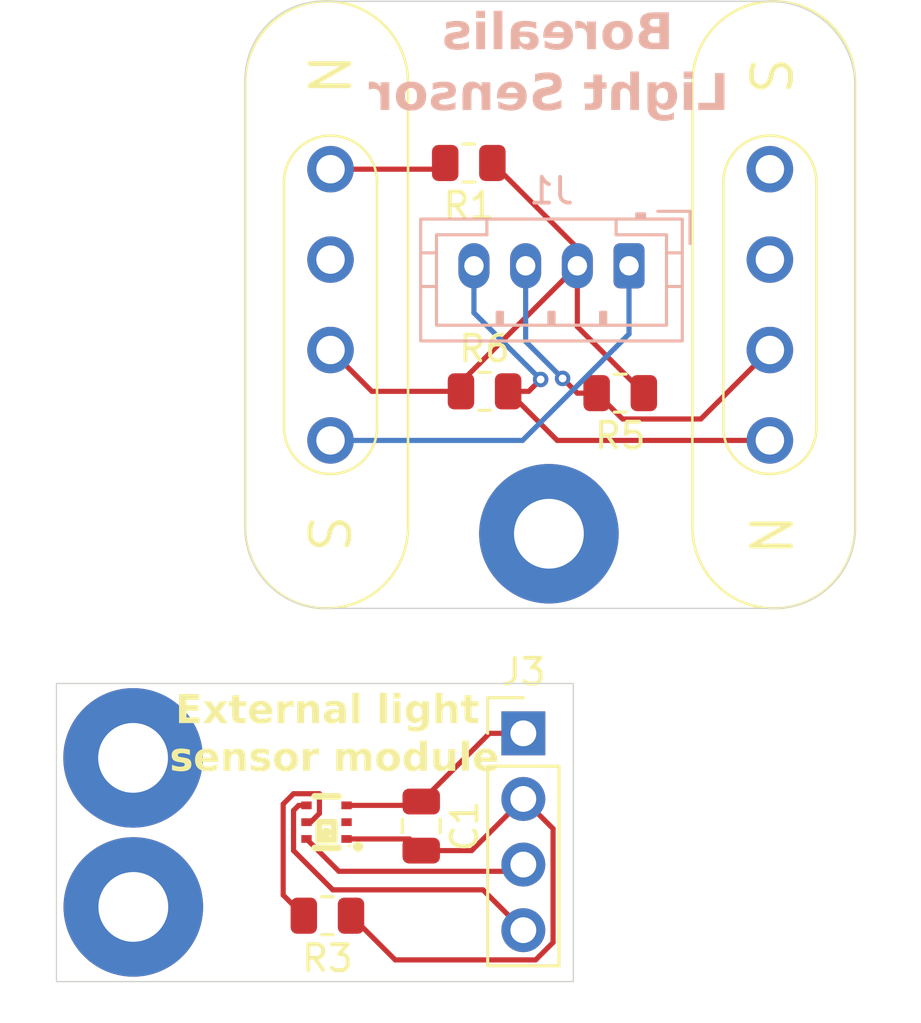
<source format=kicad_pcb>
(kicad_pcb (version 20241229) (generator "pcbnew") (generator_version "9.0")
  (layers (0 "F.Cu" signal) (2 "B.Cu" signal) (13 "F.Paste" user) (15 "B.Paste" user) (5 "F.SilkS" user "F.Silkscreen") (7 "B.SilkS" user "B.Silkscreen") (1 "F.Mask" user) (3 "B.Mask" user) (25 "Edge.Cuts" user))
  (net 0 "")
  (net 1 "+3.3V")
  (net 2 "/SDA")
  (net 3 "Net-(LTR-390UV-01-INT)")
  (net 4 "/SCL")
  (net 6 "GND")
  (net 7 "/ADC")
  (net 8 "+5V")
  (net 9 "/3.3v")
  (net 10 "/SDA1")
  (net 11 "/SCL1")
  (net 12 "/ID")
  (footprint "Resistor_SMD:R_0805_2012Metric" (layer "F.Cu") (at 133.73 94.23 180)
    (property "Reference" "R3" (at 0 -1.65 0) (layer "F.SilkS"))
    (property "Value" "10k")
    (fp_line (start -0.227064 0.735) (end 0.227064 0.735) (stroke (width 0.12)) (layer "F.SilkS"))
    (fp_line (start -0.227064 -0.735) (end 0.227064 -0.735) (stroke (width 0.12)) (layer "F.SilkS"))
    (pad "1" smd roundrect (at -0.9125 0 180) (size 1.025 1.4) (layers "F.Cu" "F.Mask" "F.Paste") (roundrect_rratio 0.243902) (net 9 "/3.3v"))
    (pad "2" smd roundrect (at 0.9125 0 180) (size 1.025 1.4) (layers "F.Cu" "F.Mask" "F.Paste") (roundrect_rratio 0.243902) (net 3 "Net-(LTR-390UV-01-INT)"))
  )
  (footprint "MountingHole:MountingHole_2.7mm_M2.5_Pad" (layer "F.Cu") (at 142.3 79.443)
    (property "Reference" "H1" (hide yes))
    (property "Value" "MountingHole")
    (pad "1" thru_hole circle (at 0 0) (size 5.4 5.4) (drill 2.7) (layers "*.Cu" "*.Mask"))
  )
  (footprint "batteryholder:SENSOR-SMD_LTR-390UV-01" (layer "F.Cu") (at 133.69495 90.60845 90)
    (property "Reference" "LTR-390UV-01" (hide yes))
    (property "Value" "~")
    (fp_line (start 1 -0.4617) (end 1 0.4617) (stroke (width 0.254)) (layer "F.SilkS"))
    (fp_line (start -1 0.4617) (end -1 -0.4617) (stroke (width 0.254)) (layer "F.SilkS"))
    (fp_rect (start -0.7 -0.3) (end 0 0.2999) (stroke (width 0.254)) (fill no) (layer "F.SilkS"))
    (fp_rect (start -0.4501 -0.05) (end -0.35 0.0501) (stroke (width 0.254)) (fill no) (layer "F.SilkS"))
    (fp_circle (center -0.92 0.8699) (end -0.89 0.8699) (stroke (width 0.06)) (fill no) (layer "F.SilkS"))
    (fp_circle (center -0.95 1.22) (end -0.8499 1.22) (stroke (width 0.2)) (fill no) (layer "F.SilkS"))
    (pad "1" smd rect (at -0.65 0.775 90) (size 0.3 0.4) (layers "F.Cu" "F.Mask" "F.Paste") (net 9 "/3.3v"))
    (pad "2" smd rect (at 0 0.775 90) (size 0.3 0.4) (layers "F.Cu" "F.Mask" "F.Paste"))
    (pad "3" smd rect (at 0.65 0.775 90) (size 0.3 0.4) (layers "F.Cu" "F.Mask" "F.Paste") (net 6 "GND"))
    (pad "4" smd rect (at 0.65 -0.775 90) (size 0.3 0.4) (layers "F.Cu" "F.Mask" "F.Paste") (net 11 "/SCL1"))
    (pad "5" smd rect (at 0 -0.775 90) (size 0.3 0.4) (layers "F.Cu" "F.Mask" "F.Paste") (net 3 "Net-(LTR-390UV-01-INT)"))
    (pad "6" smd rect (at -0.65 -0.775 90) (size 0.3 0.4) (layers "F.Cu" "F.Mask" "F.Paste") (net 10 "/SDA1"))
  )
  (footprint "Resistor_SMD:R_0805_2012Metric" (layer "F.Cu") (at 139.81 73.93)
    (property "Reference" "R6" (at 0 -1.65 0) (layer "F.SilkS"))
    (property "Value" "10k")
    (fp_line (start -0.227064 -0.735) (end 0.227064 -0.735) (stroke (width 0.12)) (layer "F.SilkS"))
    (fp_line (start -0.227064 0.735) (end 0.227064 0.735) (stroke (width 0.12)) (layer "F.SilkS"))
    (pad "1" smd roundrect (at -0.9125 0) (size 1.025 1.4) (layers "F.Cu" "F.Mask" "F.Paste") (roundrect_rratio 0.243902) (net 1 "+3.3V"))
    (pad "2" smd roundrect (at 0.9125 0) (size 1.025 1.4) (layers "F.Cu" "F.Mask" "F.Paste") (roundrect_rratio 0.243902) (net 4 "/SCL"))
  )
  (footprint "batteryholder:MAGNETIC POGO CONN." (layer "F.Cu") (at 150.85 70.58 -90)
    (property "Reference" "U1" (hide yes))
    (property "Value" "MAGNETIC POGO CONN.")
    (fp_line (start -8.6 3) (end 8.6 3) (stroke (width 0.1)) (layer "F.SilkS"))
    (fp_line (start -4.75 1.8) (end 4.75 1.8) (stroke (width 0.1)) (layer "F.SilkS"))
    (fp_line (start -4.75 -1.8) (end 4.75 -1.8) (stroke (width 0.1)) (layer "F.SilkS"))
    (fp_line (start -8.6 -3.3) (end 8.6 -3.3) (stroke (width 0.1)) (layer "F.SilkS"))
    (fp_arc (start -8.6 3) (mid -11.75 -0.15) (end -8.6 -3.3) (stroke (width 0.1)) (layer "F.SilkS"))
    (fp_arc (start -4.75 1.8) (mid -6.55 0) (end -4.75 -1.8) (stroke (width 0.1)) (layer "F.SilkS"))
    (fp_arc (start 4.75 -1.8) (mid 6.55 0) (end 4.75 1.8) (stroke (width 0.1)) (layer "F.SilkS"))
    (fp_arc (start 8.6 -3.3) (mid 11.75 -0.15) (end 8.6 3) (stroke (width 0.1)) (layer "F.SilkS"))
    (fp_text user "S" (at -9.7 0.9 270) (layer "F.SilkS") (effects (font (size 1.5 1.5) (thickness 0.1875)) (justify left bottom)))
    (fp_text user "N" (at 8 0.9 270) (layer "F.SilkS") (effects (font (size 1.5 1.5) (thickness 0.1875)) (justify left bottom)))
    (pad "1" thru_hole circle (at -5.25 0 270) (size 1.8 1.8) (drill 1.1) (layers "*.Cu" "*.Mask"))
    (pad "2" thru_hole circle (at -1.75 0 270) (size 1.8 1.8) (drill 1.1) (layers "*.Cu" "*.Mask") (net 7 "/ADC"))
    (pad "3" thru_hole circle (at 1.75 0 270) (size 1.8 1.8) (drill 1.1) (layers "*.Cu" "*.Mask") (net 2 "/SDA"))
    (pad "4" thru_hole circle (at 5.25 0 270) (size 1.8 1.8) (drill 1.1) (layers "*.Cu" "*.Mask") (net 4 "/SCL"))
  )
  (footprint "Connector_PinHeader_2.54mm:PinHeader_1x04_P2.54mm_Vertical" (layer "F.Cu") (at 141.31 87.17)
    (property "Reference" "J3" (at 0 -2.38 0) (layer "F.SilkS"))
    (property "Value" "Conn_01x04_Pin")
    (fp_line (start -1.38 -1.38) (end 0 -1.38) (stroke (width 0.12)) (layer "F.SilkS"))
    (fp_line (start -1.38 0) (end -1.38 -1.38) (stroke (width 0.12)) (layer "F.SilkS"))
    (fp_line (start -1.38 1.27) (end -1.38 9) (stroke (width 0.12)) (layer "F.SilkS"))
    (fp_line (start -1.38 1.27) (end 1.38 1.27) (stroke (width 0.12)) (layer "F.SilkS"))
    (fp_line (start -1.38 9) (end 1.38 9) (stroke (width 0.12)) (layer "F.SilkS"))
    (fp_line (start 1.38 1.27) (end 1.38 9) (stroke (width 0.12)) (layer "F.SilkS"))
    (pad "1" thru_hole rect (at 0 0) (size 1.7 1.7) (drill 1) (layers "*.Cu" "*.Mask") (net 6 "GND"))
    (pad "2" thru_hole circle (at 0 2.54) (size 1.7 1.7) (drill 1) (layers "*.Cu" "*.Mask") (net 9 "/3.3v"))
    (pad "3" thru_hole circle (at 0 5.08) (size 1.7 1.7) (drill 1) (layers "*.Cu" "*.Mask") (net 10 "/SDA1"))
    (pad "4" thru_hole circle (at 0 7.62) (size 1.7 1.7) (drill 1) (layers "*.Cu" "*.Mask") (net 11 "/SCL1"))
  )
  (footprint "batteryholder:MAGNETIC POGO CONN." (layer "F.Cu") (at 133.85 70.58 90)
    (property "Reference" "U2" (hide yes))
    (property "Value" "MAGNETIC POGO CONN.")
    (fp_line (start -8.6 -3.3) (end 8.6 -3.3) (stroke (width 0.1)) (layer "F.SilkS"))
    (fp_line (start -4.75 -1.8) (end 4.75 -1.8) (stroke (width 0.1)) (layer "F.SilkS"))
    (fp_line (start -4.75 1.8) (end 4.75 1.8) (stroke (width 0.1)) (layer "F.SilkS"))
    (fp_line (start -8.6 3) (end 8.6 3) (stroke (width 0.1)) (layer "F.SilkS"))
    (fp_arc (start 8.6 -3.3) (mid 11.75 -0.15) (end 8.6 3) (stroke (width 0.1)) (layer "F.SilkS"))
    (fp_arc (start 4.75 -1.8) (mid 6.55 0) (end 4.75 1.8) (stroke (width 0.1)) (layer "F.SilkS"))
    (fp_arc (start -4.75 1.8) (mid -6.55 0) (end -4.75 -1.8) (stroke (width 0.1)) (layer "F.SilkS"))
    (fp_arc (start -8.6 3) (mid -11.75 -0.15) (end -8.6 -3.3) (stroke (width 0.1)) (layer "F.SilkS"))
    (fp_text user "S" (at -9.7 0.9 90) (layer "F.SilkS") (effects (font (size 1.5 1.5) (thickness 0.1875)) (justify left bottom)))
    (fp_text user "N" (at 8 0.9 90) (layer "F.SilkS") (effects (font (size 1.5 1.5) (thickness 0.1875)) (justify left bottom)))
    (pad "1" thru_hole circle (at -5.25 0 90) (size 1.8 1.8) (drill 1.1) (layers "*.Cu" "*.Mask") (net 6 "GND"))
    (pad "2" thru_hole circle (at -1.75 0 90) (size 1.8 1.8) (drill 1.1) (layers "*.Cu" "*.Mask") (net 1 "+3.3V"))
    (pad "3" thru_hole circle (at 1.75 0 90) (size 1.8 1.8) (drill 1.1) (layers "*.Cu" "*.Mask") (net 8 "+5V"))
    (pad "4" thru_hole circle (at 5.25 0 90) (size 1.8 1.8) (drill 1.1) (layers "*.Cu" "*.Mask") (net 12 "/ID"))
  )
  (footprint "MountingHole:MountingHole_2.7mm_M2.5_Pad" (layer "F.Cu") (at 126.21 88.12)
    (property "Reference" "H2" (hide yes))
    (property "Value" "MountingHole")
    (pad "1" thru_hole circle (at 0 0) (size 5.4 5.4) (drill 2.7) (layers "*.Cu" "*.Mask"))
  )
  (footprint "MountingHole:MountingHole_2.7mm_M2.5_Pad" (layer "F.Cu") (at 126.22 93.89)
    (property "Reference" "H3" (hide yes))
    (property "Value" "MountingHole")
    (pad "1" thru_hole circle (at 0 0) (size 5.4 5.4) (drill 2.7) (layers "*.Cu" "*.Mask"))
  )
  (footprint "Capacitor_SMD:C_0805_2012Metric" (layer "F.Cu") (at 137.36 90.76 -90)
    (property "Reference" "C1" (at 0 -1.68 90) (layer "F.SilkS"))
    (property "Value" "100nF")
    (fp_line (start -0.261252 0.735) (end 0.261252 0.735) (stroke (width 0.12)) (layer "F.SilkS"))
    (fp_line (start -0.261252 -0.735) (end 0.261252 -0.735) (stroke (width 0.12)) (layer "F.SilkS"))
    (pad "1" smd roundrect (at -0.95 0 270) (size 1 1.45) (layers "F.Cu" "F.Mask" "F.Paste") (net 6 "GND"))
    (pad "2" smd roundrect (at 0.95 0 270) (size 1 1.45) (layers "F.Cu" "F.Mask" "F.Paste") (net 9 "/3.3v"))
  )
  (footprint "Resistor_SMD:R_0805_2012Metric" (layer "F.Cu") (at 145.06 74 180)
    (property "Reference" "R5" (at 0 -1.65 0) (layer "F.SilkS"))
    (property "Value" "10k")
    (fp_line (start -0.227064 0.735) (end 0.227064 0.735) (stroke (width 0.12)) (layer "F.SilkS"))
    (fp_line (start -0.227064 -0.735) (end 0.227064 -0.735) (stroke (width 0.12)) (layer "F.SilkS"))
    (pad "1" smd roundrect (at -0.9125 0 180) (size 1.025 1.4) (layers "F.Cu" "F.Mask" "F.Paste") (roundrect_rratio 0.243902) (net 1 "+3.3V"))
    (pad "2" smd roundrect (at 0.9125 0 180) (size 1.025 1.4) (layers "F.Cu" "F.Mask" "F.Paste") (roundrect_rratio 0.243902) (net 2 "/SDA"))
  )
  (footprint "Resistor_SMD:R_0805_2012Metric" (layer "F.Cu") (at 139.2 65.09 180)
    (property "Reference" "R1" (at 0 -1.65 0) (layer "F.SilkS"))
    (property "Value" "R")
    (fp_line (start -0.227064 0.735) (end 0.227064 0.735) (stroke (width 0.12)) (layer "F.SilkS"))
    (fp_line (start -0.227064 -0.735) (end 0.227064 -0.735) (stroke (width 0.12)) (layer "F.SilkS"))
    (pad "1" smd roundrect (at -0.9125 0 180) (size 1.025 1.4) (layers "F.Cu" "F.Mask" "F.Paste") (roundrect_rratio 0.243902) (net 1 "+3.3V"))
    (pad "2" smd roundrect (at 0.9125 0 180) (size 1.025 1.4) (layers "F.Cu" "F.Mask" "F.Paste") (roundrect_rratio 0.243902) (net 12 "/ID"))
  )
  (footprint "Connector_JST:JST_PH_B4B-PH-K_1x04_P2.00mm_Vertical" (layer "B.Cu") (at 145.4 69.07 180)
    (property "Reference" "J1" (at 3 2.9 0) (layer "B.SilkS") (effects (justify mirror)))
    (property "Value" "Conn_01x04_Pin")
    (fp_line (start 8.06 1.81) (end -2.06 1.81) (stroke (width 0.12)) (layer "B.SilkS"))
    (fp_line (start 8.06 0.5) (end 7.45 0.5) (stroke (width 0.12)) (layer "B.SilkS"))
    (fp_line (start 8.06 -0.8) (end 7.45 -0.8) (stroke (width 0.12)) (layer "B.SilkS"))
    (fp_line (start 8.06 -2.91) (end 8.06 1.81) (stroke (width 0.12)) (layer "B.SilkS"))
    (fp_line (start 7.45 1.2) (end 5.5 1.2) (stroke (width 0.12)) (layer "B.SilkS"))
    (fp_line (start 7.45 -2.3) (end 7.45 1.2) (stroke (width 0.12)) (layer "B.SilkS"))
    (fp_line (start 5.5 1.2) (end 5.5 1.81) (stroke (width 0.12)) (layer "B.SilkS"))
    (fp_line (start 5.1 -1.8) (end 5.1 -2.3) (stroke (width 0.12)) (layer "B.SilkS"))
    (fp_line (start 5 -2.3) (end 5 -1.8) (stroke (width 0.12)) (layer "B.SilkS"))
    (fp_line (start 4.9 -1.8) (end 5.1 -1.8) (stroke (width 0.12)) (layer "B.SilkS"))
    (fp_line (start 4.9 -2.3) (end 4.9 -1.8) (stroke (width 0.12)) (layer "B.SilkS"))
    (fp_line (start 3.1 -1.8) (end 3.1 -2.3) (stroke (width 0.12)) (layer "B.SilkS"))
    (fp_line (start 3 -2.3) (end 3 -1.8) (stroke (width 0.12)) (layer "B.SilkS"))
    (fp_line (start 2.9 -1.8) (end 3.1 -1.8) (stroke (width 0.12)) (layer "B.SilkS"))
    (fp_line (start 2.9 -2.3) (end 2.9 -1.8) (stroke (width 0.12)) (layer "B.SilkS"))
    (fp_line (start 1.1 -1.8) (end 1.1 -2.3) (stroke (width 0.12)) (layer "B.SilkS"))
    (fp_line (start 1 -2.3) (end 1 -1.8) (stroke (width 0.12)) (layer "B.SilkS"))
    (fp_line (start 0.9 -1.8) (end 1.1 -1.8) (stroke (width 0.12)) (layer "B.SilkS"))
    (fp_line (start 0.9 -2.3) (end 0.9 -1.8) (stroke (width 0.12)) (layer "B.SilkS"))
    (fp_line (start 0.5 1.81) (end 0.5 1.2) (stroke (width 0.12)) (layer "B.SilkS"))
    (fp_line (start 0.5 1.2) (end -1.45 1.2) (stroke (width 0.12)) (layer "B.SilkS"))
    (fp_line (start -0.3 2.01) (end -0.6 2.01) (stroke (width 0.12)) (layer "B.SilkS"))
    (fp_line (start -0.3 1.91) (end -0.6 1.91) (stroke (width 0.12)) (layer "B.SilkS"))
    (fp_line (start -0.3 1.81) (end -0.3 2.01) (stroke (width 0.12)) (layer "B.SilkS"))
    (fp_line (start -0.6 2.01) (end -0.6 1.81) (stroke (width 0.12)) (layer "B.SilkS"))
    (fp_line (start -1.11 2.11) (end -2.36 2.11) (stroke (width 0.12)) (layer "B.SilkS"))
    (fp_line (start -1.45 1.2) (end -1.45 -2.3) (stroke (width 0.12)) (layer "B.SilkS"))
    (fp_line (start -1.45 -2.3) (end 7.45 -2.3) (stroke (width 0.12)) (layer "B.SilkS"))
    (fp_line (start -2.06 1.81) (end -2.06 -2.91) (stroke (width 0.12)) (layer "B.SilkS"))
    (fp_line (start -2.06 0.5) (end -1.45 0.5) (stroke (width 0.12)) (layer "B.SilkS"))
    (fp_line (start -2.06 -0.8) (end -1.45 -0.8) (stroke (width 0.12)) (layer "B.SilkS"))
    (fp_line (start -2.06 -2.91) (end 8.06 -2.91) (stroke (width 0.12)) (layer "B.SilkS"))
    (fp_line (start -2.36 2.11) (end -2.36 0.86) (stroke (width 0.12)) (layer "B.SilkS"))
    (pad "1" thru_hole roundrect (at 0 0 180) (size 1.2 1.75) (drill 0.75) (layers "*.Cu" "*.Mask") (roundrect_rratio 0.208333) (net 6 "GND"))
    (pad "2" thru_hole oval (at 2 0 180) (size 1.2 1.75) (drill 0.75) (layers "*.Cu" "*.Mask") (net 1 "+3.3V"))
    (pad "3" thru_hole oval (at 4 0 180) (size 1.2 1.75) (drill 0.75) (layers "*.Cu" "*.Mask") (net 2 "/SDA"))
    (pad "4" thru_hole oval (at 6 0 180) (size 1.2 1.75) (drill 0.75) (layers "*.Cu" "*.Mask") (net 4 "/SCL"))
  )
  (gr_line (start 133.55 58.83) (end 150.85 58.83) (stroke (width 0.05)) (layer "Edge.Cuts"))
  (gr_arc (start 133.75 82.33) (mid 131.52868 81.492742) (end 130.55 79.33) (stroke (width 0.05)) (layer "Edge.Cuts"))
  (gr_line (start 151.05 82.33) (end 133.75 82.33) (stroke (width 0.05)) (layer "Edge.Cuts"))
  (gr_arc (start 150.85 58.83) (mid 153.183452 59.796548) (end 154.15 62.13) (stroke (width 0.05)) (layer "Edge.Cuts"))
  (gr_arc (start 130.55 61.83) (mid 131.42868 59.70868) (end 133.55 58.83) (stroke (width 0.05)) (layer "Edge.Cuts"))
  (gr_arc (start 154.15 79.23) (mid 153.242031 81.422031) (end 151.05 82.33) (stroke (width 0.05)) (layer "Edge.Cuts"))
  (gr_rect (start 123.245 85.24) (end 143.245 96.78) (stroke (width 0.05)) (fill no) (layer "Edge.Cuts"))
  (gr_line (start 130.55 79.33) (end 130.55 61.83) (stroke (width 0.05)) (layer "Edge.Cuts"))
  (gr_line (start 154.15 62.13) (end 154.15 79.23) (stroke (width 0.05)) (layer "Edge.Cuts"))
  (gr_text "External light \nsensor module" (at 134 87.24 -0) (layer "F.SilkS") (effects (font (size 1.1 1.1) (thickness 0.25) (bold yes))))
  (gr_text "Borealis \nLight Sensor" (at 142.3 61.28 0) (layer "B.SilkS") (effects (font (size 1.4 1.4) (thickness 0.3) (bold yes)) (justify mirror)))
  (segment (start 143.4 69.07) (end 143.4 71.4275) (width 0.2) (layer "F.Cu") (net 1))
  (segment (start 143.4 71.4275) (end 145.9725 74) (width 0.2) (layer "F.Cu") (net 1))
  (segment (start 138.8975 73.5725) (end 143.4 69.07) (width 0.2) (layer "F.Cu") (net 1))
  (segment (start 138.8975 73.93) (end 135.45 73.93) (width 0.2) (layer "F.Cu") (net 1))
  (segment (start 135.45 73.93) (end 133.85 72.33) (width 0.2) (layer "F.Cu") (net 1))
  (segment (start 140.1125 65.09) (end 143.4 68.3775) (width 0.2) (layer "F.Cu") (net 1))
  (segment (start 138.8975 73.93) (end 138.8975 73.5725) (width 0.2) (layer "F.Cu") (net 1))
  (segment (start 143.4 68.3775) (end 143.4 69.07) (width 0.2) (layer "F.Cu") (net 1))
  (segment (start 144.1475 74) (end 145.1485 75.001) (width 0.2) (layer "F.Cu") (net 2))
  (segment (start 142.83 73.43) (end 142.82 73.42) (width 0.2) (layer "F.Cu") (net 2))
  (segment (start 148.179 75.001) (end 150.85 72.33) (width 0.2) (layer "F.Cu") (net 2))
  (segment (start 145.1485 75.001) (end 148.179 75.001) (width 0.2) (layer "F.Cu") (net 2))
  (segment (start 143.4 74) (end 142.83 73.43) (width 0.2) (layer "F.Cu") (net 2))
  (segment (start 144.1475 74) (end 143.4 74) (width 0.2) (layer "F.Cu") (net 2))
  (via blind (at 142.83 73.43) (size 0.6) (drill 0.3) (layers "F.Cu" "B.Cu") (net 2))
  (segment (start 141.4 72) (end 141.4 69.07) (width 0.2) (layer "B.Cu") (net 2))
  (segment (start 142.83 73.43) (end 141.4 72) (width 0.2) (layer "B.Cu") (net 2))
  (segment (start 132.8175 94.23) (end 132.01795 93.43045) (width 0.2) (layer "F.Cu") (net 3))
  (segment (start 133.08155 90.60845) (end 132.91995 90.60845) (width 0.2) (layer "F.Cu") (net 3))
  (segment (start 133.42095 90.26905) (end 133.08155 90.60845) (width 0.2) (layer "F.Cu") (net 3))
  (segment (start 132.01795 93.43045) (end 132.01795 89.90845) (width 0.2) (layer "F.Cu") (net 3))
  (segment (start 132.41895 89.50745) (end 133.42095 89.50745) (width 0.2) (layer "F.Cu") (net 3))
  (segment (start 133.42095 89.50745) (end 133.42095 90.26905) (width 0.2) (layer "F.Cu") (net 3))
  (segment (start 132.01795 89.90845) (end 132.41895 89.50745) (width 0.2) (layer "F.Cu") (net 3))
  (segment (start 142.6225 75.83) (end 150.85 75.83) (width 0.2) (layer "F.Cu") (net 4))
  (segment (start 140.7225 73.93) (end 142.6225 75.83) (width 0.2) (layer "F.Cu") (net 4))
  (segment (start 140.7225 73.93) (end 141.52 73.93) (width 0.2) (layer "F.Cu") (net 4))
  (segment (start 141.52 73.93) (end 141.98 73.47) (width 0.2) (layer "F.Cu") (net 4))
  (via blind (at 141.98 73.47) (size 0.6) (drill 0.3) (layers "F.Cu" "B.Cu") (net 4))
  (segment (start 139.4 70.89) (end 139.4 69.07) (width 0.2) (layer "B.Cu") (net 4))
  (segment (start 141.98 73.47) (end 139.4 70.89) (width 0.2) (layer "B.Cu") (net 4))
  (segment (start 134.46995 89.95845) (end 137.21155 89.95845) (width 0.2) (layer "F.Cu") (net 6))
  (segment (start 140 87.17) (end 137.36 89.81) (width 0.2) (layer "F.Cu") (net 6))
  (segment (start 141.31 87.17) (end 140 87.17) (width 0.2) (layer "F.Cu") (net 6))
  (segment (start 137.21155 89.95845) (end 137.36 89.81) (width 0.2) (layer "F.Cu") (net 6))
  (segment (start 141.279943 75.83) (end 133.85 75.83) (width 0.2) (layer "B.Cu") (net 6))
  (segment (start 145.4 71.709943) (end 141.279943 75.83) (width 0.2) (layer "B.Cu") (net 6))
  (segment (start 145.4 69.07) (end 145.4 71.709943) (width 0.2) (layer "B.Cu") (net 6))
  (segment (start 136.3535 95.941) (end 141.78676 95.941) (width 0.2) (layer "F.Cu") (net 9))
  (segment (start 134.6425 94.23) (end 136.3535 95.941) (width 0.2) (layer "F.Cu") (net 9))
  (segment (start 139.31 91.71) (end 137.36 91.71) (width 0.2) (layer "F.Cu") (net 9))
  (segment (start 142.461 90.861) (end 141.31 89.71) (width 0.2) (layer "F.Cu") (net 9))
  (segment (start 141.78676 95.941) (end 142.461 95.26676) (width 0.2) (layer "F.Cu") (net 9))
  (segment (start 134.46995 91.25845) (end 136.90845 91.25845) (width 0.2) (layer "F.Cu") (net 9))
  (segment (start 142.461 95.26676) (end 142.461 90.861) (width 0.2) (layer "F.Cu") (net 9))
  (segment (start 136.90845 91.25845) (end 137.36 91.71) (width 0.2) (layer "F.Cu") (net 9))
  (segment (start 141.31 89.71) (end 139.31 91.71) (width 0.2) (layer "F.Cu") (net 9))
  (segment (start 141.049 92.511) (end 141.31 92.25) (width 0.2) (layer "F.Cu") (net 10))
  (segment (start 134.1725 92.511) (end 141.049 92.511) (width 0.2) (layer "F.Cu") (net 10))
  (segment (start 132.91995 91.25845) (end 134.1725 92.511) (width 0.2) (layer "F.Cu") (net 10))
  (segment (start 132.61795 89.95845) (end 132.41895 90.15745) (width 0.2) (layer "F.Cu") (net 11))
  (segment (start 132.41895 91.70945) (end 133.9385 93.229) (width 0.2) (layer "F.Cu") (net 11))
  (segment (start 133.9385 93.229) (end 139.749 93.229) (width 0.2) (layer "F.Cu") (net 11))
  (segment (start 132.91995 89.95845) (end 132.61795 89.95845) (width 0.2) (layer "F.Cu") (net 11))
  (segment (start 139.749 93.229) (end 141.31 94.79) (width 0.2) (layer "F.Cu") (net 11))
  (segment (start 132.41895 90.15745) (end 132.41895 91.70945) (width 0.2) (layer "F.Cu") (net 11))
  (segment (start 138.0475 65.33) (end 138.2875 65.09) (width 0.2) (layer "F.Cu") (net 12))
  (segment (start 133.85 65.33) (end 138.0475 65.33) (width 0.2) (layer "F.Cu") (net 12))
)
</source>
